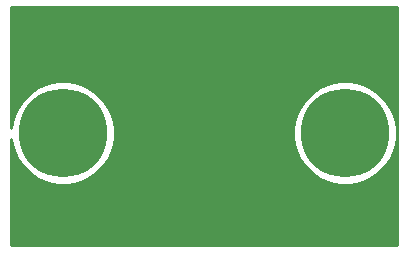
<source format=gbr>
G04 #@! TF.GenerationSoftware,KiCad,Pcbnew,(5.1.6)-1*
G04 #@! TF.CreationDate,2021-04-29T20:16:03-05:00*
G04 #@! TF.ProjectId,BEncoderBoard3(3),42456e63-6f64-4657-9242-6f6172643328,rev?*
G04 #@! TF.SameCoordinates,Original*
G04 #@! TF.FileFunction,Copper,L2,Inr*
G04 #@! TF.FilePolarity,Positive*
%FSLAX46Y46*%
G04 Gerber Fmt 4.6, Leading zero omitted, Abs format (unit mm)*
G04 Created by KiCad (PCBNEW (5.1.6)-1) date 2021-04-29 20:16:03*
%MOMM*%
%LPD*%
G01*
G04 APERTURE LIST*
G04 #@! TA.AperFunction,ViaPad*
%ADD10C,7.500000*%
G04 #@! TD*
G04 #@! TA.AperFunction,ViaPad*
%ADD11C,0.450000*%
G04 #@! TD*
G04 #@! TA.AperFunction,Conductor*
%ADD12C,0.254000*%
G04 #@! TD*
G04 APERTURE END LIST*
D10*
X145415000Y-99822000D03*
X121539000Y-99822000D03*
D11*
X148082000Y-89662000D03*
X145796000Y-89662000D03*
X143510000Y-89662000D03*
X141224000Y-89662000D03*
X139192000Y-89662000D03*
X137414000Y-89662000D03*
X126238000Y-89662000D03*
X128270000Y-89662000D03*
X130302000Y-89662000D03*
X132080000Y-89662000D03*
X134112000Y-89662000D03*
X133349600Y-98704800D03*
X138303000Y-94107000D03*
X128320800Y-99517200D03*
X129108200Y-102565200D03*
X138420000Y-90551000D03*
X138420000Y-91567000D03*
X134112000Y-90424000D03*
X134112000Y-91059000D03*
X134112000Y-91694000D03*
X137160000Y-93116400D03*
D12*
G36*
X149840001Y-109322000D02*
G01*
X117160000Y-109322000D01*
X117160000Y-100284049D01*
X117322513Y-101101057D01*
X117653064Y-101899076D01*
X118132948Y-102617274D01*
X118743726Y-103228052D01*
X119461924Y-103707936D01*
X120259943Y-104038487D01*
X121107115Y-104207000D01*
X121970885Y-104207000D01*
X122818057Y-104038487D01*
X123616076Y-103707936D01*
X124334274Y-103228052D01*
X124945052Y-102617274D01*
X125424936Y-101899076D01*
X125755487Y-101101057D01*
X125924000Y-100253885D01*
X125924000Y-99390115D01*
X141030000Y-99390115D01*
X141030000Y-100253885D01*
X141198513Y-101101057D01*
X141529064Y-101899076D01*
X142008948Y-102617274D01*
X142619726Y-103228052D01*
X143337924Y-103707936D01*
X144135943Y-104038487D01*
X144983115Y-104207000D01*
X145846885Y-104207000D01*
X146694057Y-104038487D01*
X147492076Y-103707936D01*
X148210274Y-103228052D01*
X148821052Y-102617274D01*
X149300936Y-101899076D01*
X149631487Y-101101057D01*
X149800000Y-100253885D01*
X149800000Y-99390115D01*
X149631487Y-98542943D01*
X149300936Y-97744924D01*
X148821052Y-97026726D01*
X148210274Y-96415948D01*
X147492076Y-95936064D01*
X146694057Y-95605513D01*
X145846885Y-95437000D01*
X144983115Y-95437000D01*
X144135943Y-95605513D01*
X143337924Y-95936064D01*
X142619726Y-96415948D01*
X142008948Y-97026726D01*
X141529064Y-97744924D01*
X141198513Y-98542943D01*
X141030000Y-99390115D01*
X125924000Y-99390115D01*
X125755487Y-98542943D01*
X125424936Y-97744924D01*
X124945052Y-97026726D01*
X124334274Y-96415948D01*
X123616076Y-95936064D01*
X122818057Y-95605513D01*
X121970885Y-95437000D01*
X121107115Y-95437000D01*
X120259943Y-95605513D01*
X119461924Y-95936064D01*
X118743726Y-96415948D01*
X118132948Y-97026726D01*
X117653064Y-97744924D01*
X117322513Y-98542943D01*
X117160000Y-99359951D01*
X117160000Y-89154000D01*
X149840000Y-89154000D01*
X149840001Y-109322000D01*
G37*
X149840001Y-109322000D02*
X117160000Y-109322000D01*
X117160000Y-100284049D01*
X117322513Y-101101057D01*
X117653064Y-101899076D01*
X118132948Y-102617274D01*
X118743726Y-103228052D01*
X119461924Y-103707936D01*
X120259943Y-104038487D01*
X121107115Y-104207000D01*
X121970885Y-104207000D01*
X122818057Y-104038487D01*
X123616076Y-103707936D01*
X124334274Y-103228052D01*
X124945052Y-102617274D01*
X125424936Y-101899076D01*
X125755487Y-101101057D01*
X125924000Y-100253885D01*
X125924000Y-99390115D01*
X141030000Y-99390115D01*
X141030000Y-100253885D01*
X141198513Y-101101057D01*
X141529064Y-101899076D01*
X142008948Y-102617274D01*
X142619726Y-103228052D01*
X143337924Y-103707936D01*
X144135943Y-104038487D01*
X144983115Y-104207000D01*
X145846885Y-104207000D01*
X146694057Y-104038487D01*
X147492076Y-103707936D01*
X148210274Y-103228052D01*
X148821052Y-102617274D01*
X149300936Y-101899076D01*
X149631487Y-101101057D01*
X149800000Y-100253885D01*
X149800000Y-99390115D01*
X149631487Y-98542943D01*
X149300936Y-97744924D01*
X148821052Y-97026726D01*
X148210274Y-96415948D01*
X147492076Y-95936064D01*
X146694057Y-95605513D01*
X145846885Y-95437000D01*
X144983115Y-95437000D01*
X144135943Y-95605513D01*
X143337924Y-95936064D01*
X142619726Y-96415948D01*
X142008948Y-97026726D01*
X141529064Y-97744924D01*
X141198513Y-98542943D01*
X141030000Y-99390115D01*
X125924000Y-99390115D01*
X125755487Y-98542943D01*
X125424936Y-97744924D01*
X124945052Y-97026726D01*
X124334274Y-96415948D01*
X123616076Y-95936064D01*
X122818057Y-95605513D01*
X121970885Y-95437000D01*
X121107115Y-95437000D01*
X120259943Y-95605513D01*
X119461924Y-95936064D01*
X118743726Y-96415948D01*
X118132948Y-97026726D01*
X117653064Y-97744924D01*
X117322513Y-98542943D01*
X117160000Y-99359951D01*
X117160000Y-89154000D01*
X149840000Y-89154000D01*
X149840001Y-109322000D01*
M02*

</source>
